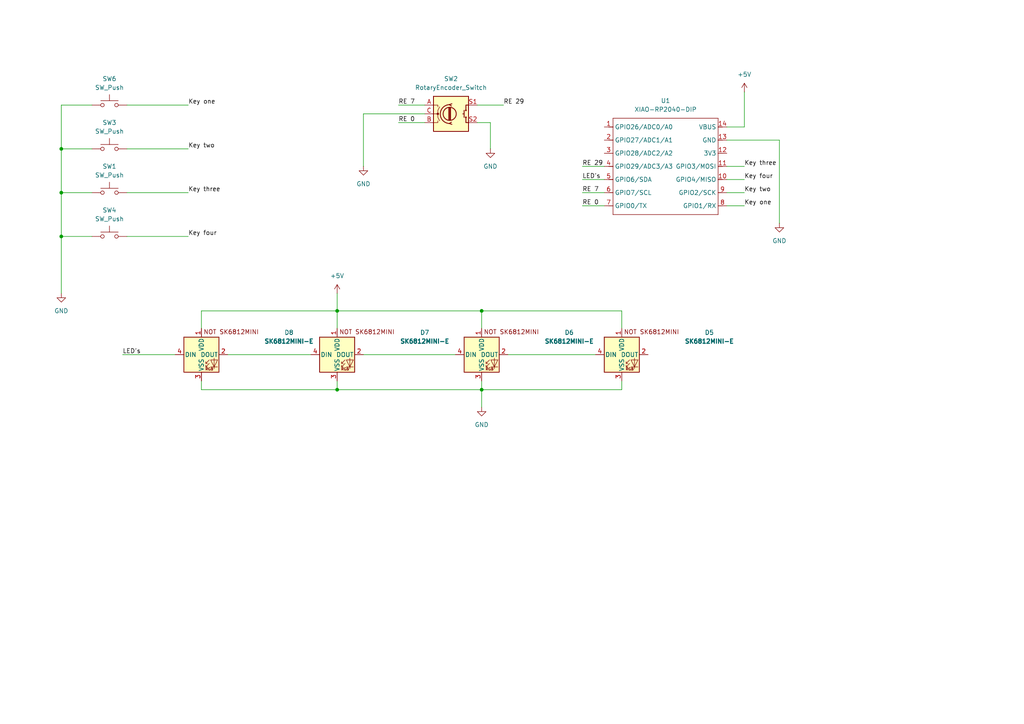
<source format=kicad_sch>
(kicad_sch (version 20250114) (generator "eeschema") (generator_version "9.0")
  (paper "A4")
  (lib_symbols
    (symbol "Device:RotaryEncoder_Switch" (pin_names (offset 0.254) (hide yes))
      (property "Reference" "SW" (at 0 6.604 0))
      (property "Value" "RotaryEncoder_Switch" (at 0 -6.604 0))
      (symbol "RotaryEncoder_Switch_0_1"
        (rectangle (start -5.08 5.08) (end 5.08 -5.08) (stroke (width 0.254)) (fill (type background)))
        (polyline (pts (xy -5.08 2.54) (xy -3.81 2.54) (xy -3.81 2.032)))
        (polyline (pts (xy -5.08 0) (xy -3.81 0) (xy -3.81 -1.016) (xy -3.302 -2.032)))
        (polyline (pts (xy -5.08 -2.54) (xy -3.81 -2.54) (xy -3.81 -2.032)))
        (polyline (pts (xy -4.318 0) (xy -3.81 0) (xy -3.81 1.016) (xy -3.302 2.032)))
        (circle (center -3.81 0) (radius 0.254) (fill (type outline)))
        (polyline (pts (xy -0.635 -1.778) (xy -0.635 1.778)) (stroke (width 0.254)))
        (circle (center -0.381 0) (radius 1.905) (stroke (width 0.254)))
        (polyline (pts (xy -0.381 -1.778) (xy -0.381 1.778)) (stroke (width 0.254)))
        (arc (start -0.381 -2.794) (mid -3.0988 -0.0635) (end -0.381 2.667) (stroke (width 0.254)))
        (polyline (pts (xy -0.127 1.778) (xy -0.127 -1.778)) (stroke (width 0.254)))
        (polyline (pts (xy 0.254 2.921) (xy -0.508 2.667) (xy 0.127 2.286)) (stroke (width 0.254)))
        (polyline (pts (xy 0.254 -3.048) (xy -0.508 -2.794) (xy 0.127 -2.413)) (stroke (width 0.254)))
        (polyline (pts (xy 3.81 1.016) (xy 3.81 -1.016)) (stroke (width 0.254)))
        (polyline (pts (xy 3.81 0) (xy 3.429 0)) (stroke (width 0.254)))
        (circle (center 4.318 1.016) (radius 0.127) (stroke (width 0.254)))
        (circle (center 4.318 -1.016) (radius 0.127) (stroke (width 0.254)))
        (polyline (pts (xy 5.08 2.54) (xy 4.318 2.54) (xy 4.318 1.016)) (stroke (width 0.254)))
        (polyline (pts (xy 5.08 -2.54) (xy 4.318 -2.54) (xy 4.318 -1.016)) (stroke (width 0.254)))
      )
      (symbol "RotaryEncoder_Switch_1_1"
        (pin passive line (at -7.62 2.54 0) (length 2.54) (name "A") (number "A"))
        (pin passive line (at -7.62 0 0) (length 2.54) (name "C") (number "C"))
        (pin passive line (at -7.62 -2.54 0) (length 2.54) (name "B") (number "B"))
        (pin passive line (at 7.62 2.54 180) (length 2.54) (name "S1") (number "S1"))
        (pin passive line (at 7.62 -2.54 180) (length 2.54) (name "S2") (number "S2"))
      )
    )
    (symbol "Hackclub Symbols:SK6812MINI-E" (pin_names (offset 0.254))
      (property "Reference" "D" (at -3.556 5.842 0))
      (property "Value" "SK6812MINI-E" (at 1.27 -5.715 0))
      (symbol "SK6812MINI-E_0_0"
        (text "RGB" (at 2.286 -4.191 0) (effects (font (size 0.762 0.762))))
      )
      (symbol "SK6812MINI-E_0_1"
        (rectangle (start -5.08 5.08) (end 5.08 -5.08) (stroke (width 0.254)) (fill (type background)))
        (polyline (pts (xy 1.27 -2.54) (xy 1.778 -2.54)))
        (polyline (pts (xy 1.27 -3.556) (xy 1.778 -3.556)))
        (polyline (pts (xy 2.286 -1.524) (xy 1.27 -2.54) (xy 1.27 -2.032)))
        (polyline (pts (xy 2.286 -2.54) (xy 1.27 -3.556) (xy 1.27 -3.048)))
        (polyline (pts (xy 3.683 -1.016) (xy 3.683 -3.556) (xy 3.683 -4.064)))
        (polyline (pts (xy 4.699 -1.524) (xy 2.667 -1.524) (xy 3.683 -3.556) (xy 4.699 -1.524)))
        (polyline (pts (xy 4.699 -3.556) (xy 2.667 -3.556)))
      )
      (symbol "SK6812MINI-E_1_1"
        (text "NOT SK6812MINI" (at 8.636 6.604 0) (effects (font (size 1.27 1.27))))
        (pin input line (at -7.62 0 0) (length 2.54) (name "DIN") (number "4"))
        (pin power_in line (at 0 7.62 270) (length 2.54) (name "VDD") (number "1"))
        (pin power_in line (at 0 -7.62 90) (length 2.54) (name "VSS") (number "3"))
        (pin output line (at 7.62 0 180) (length 2.54) (name "DOUT") (number "2"))
      )
    )
    (symbol "OPL Library:XIAO-RP2040-DIP"
      (property "Reference" "U" (at 0 0 0))
      (property "Value" "XIAO-RP2040-DIP" (at 5.334 -1.778 0))
      (symbol "XIAO-RP2040-DIP_1_0"
        (polyline (pts (xy -1.27 -2.54) (xy 29.21 -2.54)) (stroke (width 0.1524)))
        (polyline (pts (xy -1.27 -5.08) (xy -2.54 -5.08)) (stroke (width 0.1524)))
        (polyline (pts (xy -1.27 -5.08) (xy -1.27 -2.54)) (stroke (width 0.1524)))
        (polyline (pts (xy -1.27 -8.89) (xy -2.54 -8.89)) (stroke (width 0.1524)))
        (polyline (pts (xy -1.27 -8.89) (xy -1.27 -5.08)) (stroke (width 0.1524)))
        (polyline (pts (xy -1.27 -12.7) (xy -2.54 -12.7)) (stroke (width 0.1524)))
        (polyline (pts (xy -1.27 -12.7) (xy -1.27 -8.89)) (stroke (width 0.1524)))
        (polyline (pts (xy -1.27 -16.51) (xy -2.54 -16.51)) (stroke (width 0.1524)))
        (polyline (pts (xy -1.27 -16.51) (xy -1.27 -12.7)) (stroke (width 0.1524)))
        (polyline (pts (xy -1.27 -20.32) (xy -2.54 -20.32)) (stroke (width 0.1524)))
        (polyline (pts (xy -1.27 -24.13) (xy -2.54 -24.13)) (stroke (width 0.1524)))
        (polyline (pts (xy -1.27 -27.94) (xy -2.54 -27.94)) (stroke (width 0.1524)))
        (polyline (pts (xy -1.27 -30.48) (xy -1.27 -16.51)) (stroke (width 0.1524)))
        (polyline (pts (xy 29.21 -2.54) (xy 29.21 -5.08)) (stroke (width 0.1524)))
        (polyline (pts (xy 29.21 -5.08) (xy 29.21 -8.89)) (stroke (width 0.1524)))
        (polyline (pts (xy 29.21 -8.89) (xy 29.21 -12.7)) (stroke (width 0.1524)))
        (polyline (pts (xy 29.21 -12.7) (xy 29.21 -30.48)) (stroke (width 0.1524)))
        (polyline (pts (xy 29.21 -30.48) (xy -1.27 -30.48)) (stroke (width 0.1524)))
        (polyline (pts (xy 30.48 -5.08) (xy 29.21 -5.08)) (stroke (width 0.1524)))
        (polyline (pts (xy 30.48 -8.89) (xy 29.21 -8.89)) (stroke (width 0.1524)))
        (polyline (pts (xy 30.48 -12.7) (xy 29.21 -12.7)) (stroke (width 0.1524)))
        (polyline (pts (xy 30.48 -16.51) (xy 29.21 -16.51)) (stroke (width 0.1524)))
        (polyline (pts (xy 30.48 -20.32) (xy 29.21 -20.32)) (stroke (width 0.1524)))
        (polyline (pts (xy 30.48 -24.13) (xy 29.21 -24.13)) (stroke (width 0.1524)))
        (polyline (pts (xy 30.48 -27.94) (xy 29.21 -27.94)) (stroke (width 0.1524)))
        (pin passive line (at -3.81 -5.08 0) (length 2.54) (name "GPIO26/ADC0/A0") (number "1"))
        (pin passive line (at -3.81 -8.89 0) (length 2.54) (name "GPIO27/ADC1/A1") (number "2"))
        (pin passive line (at -3.81 -12.7 0) (length 2.54) (name "GPIO28/ADC2/A2") (number "3"))
        (pin passive line (at -3.81 -16.51 0) (length 2.54) (name "GPIO29/ADC3/A3") (number "4"))
        (pin passive line (at -3.81 -20.32 0) (length 2.54) (name "GPIO6/SDA") (number "5"))
        (pin passive line (at -3.81 -24.13 0) (length 2.54) (name "GPIO7/SCL") (number "6"))
        (pin passive line (at -3.81 -27.94 0) (length 2.54) (name "GPIO0/TX") (number "7"))
        (pin passive line (at 31.75 -5.08 180) (length 2.54) (name "VBUS") (number "14"))
        (pin passive line (at 31.75 -8.89 180) (length 2.54) (name "GND") (number "13"))
        (pin passive line (at 31.75 -12.7 180) (length 2.54) (name "3V3") (number "12"))
        (pin passive line (at 31.75 -16.51 180) (length 2.54) (name "GPIO3/MOSI") (number "11"))
        (pin passive line (at 31.75 -20.32 180) (length 2.54) (name "GPIO4/MISO") (number "10"))
        (pin passive line (at 31.75 -24.13 180) (length 2.54) (name "GPIO2/SCK") (number "9"))
        (pin passive line (at 31.75 -27.94 180) (length 2.54) (name "GPIO1/RX") (number "8"))
      )
    )
    (symbol "Switch:SW_Push" (pin_numbers (hide yes)) (pin_names (offset 1.016) (hide yes))
      (property "Reference" "SW" (at 1.27 2.54 0))
      (property "Value" "SW_Push" (at 0 -1.524 0))
      (symbol "SW_Push_0_1"
        (circle (center -2.032 0) (radius 0.508))
        (polyline (pts (xy 0 1.27) (xy 0 3.048)))
        (circle (center 2.032 0) (radius 0.508))
        (polyline (pts (xy 2.54 1.27) (xy -2.54 1.27)))
        (pin passive line (at -5.08 0 0) (length 2.54) (name "1") (number "1"))
        (pin passive line (at 5.08 0 180) (length 2.54) (name "2") (number "2"))
      )
    )
    (symbol "power:+5V" (power) (pin_numbers (hide yes)) (pin_names (offset 0) (hide yes))
      (property "Value" "+5V" (at 0 3.556 0))
      (symbol "+5V_0_1"
        (polyline (pts (xy -0.762 1.27) (xy 0 2.54)))
        (polyline (pts (xy 0 2.54) (xy 0.762 1.27)))
        (polyline (pts (xy 0 0) (xy 0 2.54)))
      )
      (symbol "+5V_1_1"
        (pin power_in line (at 0 0 90) (length 0) (name "~") (number "1"))
      )
    )
    (symbol "power:GND" (power) (pin_numbers (hide yes)) (pin_names (offset 0) (hide yes))
      (property "Value" "GND" (at 0 -3.81 0))
      (symbol "GND_0_1"
        (polyline (pts (xy 0 0) (xy 0 -1.27) (xy 1.27 -1.27) (xy 0 -2.54) (xy -1.27 -1.27) (xy 0 -1.27)))
      )
      (symbol "GND_1_1"
        (pin power_in line (at 0 0 270) (length 0) (name "~") (number "1"))
      )
    )
  )
  (junction (at 17.78 43.18))
  (junction (at 139.7 113.03))
  (junction (at 17.78 68.58))
  (junction (at 17.78 55.88))
  (junction (at 97.79 90.17))
  (junction (at 139.7 90.17))
  (junction (at 97.79 113.03))
  (wire (pts (xy 139.7 90.17) (xy 180.34 90.17)))
  (wire (pts (xy 168.91 59.69) (xy 175.26 59.69)))
  (wire (pts (xy 58.42 113.03) (xy 97.79 113.03)))
  (wire (pts (xy 175.26 52.07) (xy 168.91 52.07)))
  (wire (pts (xy 36.83 55.88) (xy 54.61 55.88)))
  (wire (pts (xy 17.78 68.58) (xy 26.67 68.58)))
  (wire (pts (xy 17.78 68.58) (xy 17.78 85.09)))
  (wire (pts (xy 180.34 110.49) (xy 180.34 113.03)))
  (wire (pts (xy 138.43 35.56) (xy 142.24 35.56)))
  (wire (pts (xy 97.79 85.09) (xy 97.79 90.17)))
  (wire (pts (xy 210.82 40.64) (xy 226.06 40.64)))
  (wire (pts (xy 168.91 48.26) (xy 175.26 48.26)))
  (wire (pts (xy 17.78 43.18) (xy 17.78 55.88)))
  (wire (pts (xy 215.9 26.67) (xy 215.9 36.83)))
  (wire (pts (xy 210.82 48.26) (xy 215.9 48.26)))
  (wire (pts (xy 17.78 43.18) (xy 26.67 43.18)))
  (wire (pts (xy 26.67 55.88) (xy 17.78 55.88)))
  (wire (pts (xy 115.57 35.56) (xy 123.19 35.56)))
  (wire (pts (xy 97.79 90.17) (xy 139.7 90.17)))
  (wire (pts (xy 142.24 35.56) (xy 142.24 43.18)))
  (wire (pts (xy 97.79 113.03) (xy 139.7 113.03)))
  (wire (pts (xy 17.78 55.88) (xy 17.78 68.58)))
  (wire (pts (xy 36.83 43.18) (xy 54.61 43.18)))
  (wire (pts (xy 66.04 102.87) (xy 90.17 102.87)))
  (wire (pts (xy 147.32 102.87) (xy 172.72 102.87)))
  (wire (pts (xy 210.82 55.88) (xy 215.9 55.88)))
  (wire (pts (xy 105.41 33.02) (xy 105.41 48.26)))
  (wire (pts (xy 58.42 110.49) (xy 58.42 113.03)))
  (wire (pts (xy 180.34 113.03) (xy 139.7 113.03)))
  (wire (pts (xy 97.79 90.17) (xy 97.79 95.25)))
  (wire (pts (xy 139.7 90.17) (xy 139.7 95.25)))
  (wire (pts (xy 36.83 68.58) (xy 54.61 68.58)))
  (wire (pts (xy 168.91 55.88) (xy 175.26 55.88)))
  (wire (pts (xy 210.82 59.69) (xy 215.9 59.69)))
  (wire (pts (xy 105.41 102.87) (xy 132.08 102.87)))
  (wire (pts (xy 180.34 95.25) (xy 180.34 90.17)))
  (wire (pts (xy 138.43 30.48) (xy 146.05 30.48)))
  (wire (pts (xy 115.57 30.48) (xy 123.19 30.48)))
  (wire (pts (xy 58.42 95.25) (xy 58.42 90.17)))
  (wire (pts (xy 17.78 30.48) (xy 17.78 43.18)))
  (wire (pts (xy 139.7 110.49) (xy 139.7 113.03)))
  (wire (pts (xy 97.79 110.49) (xy 97.79 113.03)))
  (wire (pts (xy 226.06 40.64) (xy 226.06 64.77)))
  (wire (pts (xy 139.7 113.03) (xy 139.7 118.11)))
  (wire (pts (xy 35.56 102.87) (xy 50.8 102.87)))
  (wire (pts (xy 36.83 30.48) (xy 54.61 30.48)))
  (wire (pts (xy 210.82 36.83) (xy 215.9 36.83)))
  (wire (pts (xy 26.67 30.48) (xy 17.78 30.48)))
  (wire (pts (xy 58.42 90.17) (xy 97.79 90.17)))
  (wire (pts (xy 210.82 52.07) (xy 215.9 52.07)))
  (wire (pts (xy 123.19 33.02) (xy 105.41 33.02)))
  (label "Key two" (at 54.61 43.18 0))
  (label "RE 7" (at 115.57 30.48 0))
  (label "RE 0" (at 115.57 35.56 0))
  (label "RE 7" (at 168.91 55.88 0))
  (label "Key three" (at 54.61 55.88 0))
  (label "RE 0" (at 168.91 59.69 0))
  (label "Key four" (at 215.9 52.07 0))
  (label "Key two" (at 215.9 55.88 0))
  (label "Key one" (at 215.9 59.69 0))
  (label "Key three" (at 215.9 48.26 0))
  (label "Key one" (at 54.61 30.48 0))
  (label "LED's" (at 35.56 102.87 0))
  (label "RE 29" (at 168.91 48.26 0))
  (label "LED's" (at 168.91 52.07 0))
  (label "Key four" (at 54.61 68.58 0))
  (label "RE 29" (at 146.05 30.48 0))
  (symbol (lib_id "Switch:SW_Push") (at 31.75 43.18 0) (unit 1)
    (property "Reference" "SW3" (at 31.75 35.56 0))
    (property "Value" "SW_Push" (at 31.75 38.1 0))
    (property "Footprint" "Button_Switch_Keyboard:SW_Cherry_MX_1.00u_PCB" (effects (hide yes)))
    (property "Description" "Push button switch, generic, two pins" (effects (hide yes)))
  )
  (symbol (lib_id "Switch:SW_Push") (at 31.75 68.58 0) (unit 1)
    (property "Reference" "SW4" (at 31.75 60.96 0))
    (property "Value" "SW_Push" (at 31.75 63.5 0))
    (property "Footprint" "Button_Switch_Keyboard:SW_Cherry_MX_1.00u_PCB" (effects (hide yes)))
    (property "Description" "Push button switch, generic, two pins" (effects (hide yes)))
  )
  (symbol (lib_id "Switch:SW_Push") (at 31.75 55.88 0) (unit 1)
    (property "Reference" "SW1" (at 31.75 48.26 0))
    (property "Value" "SW_Push" (at 31.75 50.8 0))
    (property "Footprint" "Button_Switch_Keyboard:SW_Cherry_MX_1.00u_PCB" (effects (hide yes)))
    (property "Description" "Push button switch, generic, two pins" (effects (hide yes)))
  )
  (symbol (lib_id "power:GND") (at 105.41 48.26 0) (unit 1)
    (property "Reference" "#PWR03" (effects (hide yes)))
    (property "Value" "GND" (at 105.41 53.34 0))
    (property "Description" "Power symbol creates a global label with name \"GND\" , ground" (effects (hide yes)))
  )
  (symbol (lib_id "power:GND") (at 226.06 64.77 0) (unit 1)
    (property "Reference" "#PWR04" (effects (hide yes)))
    (property "Value" "GND" (at 226.06 69.85 0))
    (property "Description" "Power symbol creates a global label with name \"GND\" , ground" (effects (hide yes)))
  )
  (symbol (lib_id "Hackclub Symbols:SK6812MINI-E") (at 97.79 102.87 0) (unit 1)
    (property "Reference" "D7" (at 123.19 96.4498 0))
    (property "Value" "SK6812MINI-E" (at 123.19 98.9899 0) (effects (font (thickness 0.254) (bold yes))))
    (property "Footprint" "Hackclub Footprints:MX_SK6812MINI-E_REV" (effects (hide yes)))
    (property "Datasheet" "https://cdn-shop.adafruit.com/product-files/4960/4960_SK6812MINI-E_REV02_EN.pdf" (effects (hide yes)))
    (property "Description" "RGB LED with integrated controller" (effects (hide yes)))
  )
  (symbol (lib_id "power:GND") (at 142.24 43.18 0) (unit 1)
    (property "Reference" "#PWR02" (effects (hide yes)))
    (property "Value" "GND" (at 142.24 48.26 0))
    (property "Description" "Power symbol creates a global label with name \"GND\" , ground" (effects (hide yes)))
  )
  (symbol (lib_id "Hackclub Symbols:SK6812MINI-E") (at 180.34 102.87 0) (unit 1)
    (property "Reference" "D5" (at 205.74 96.4498 0))
    (property "Value" "SK6812MINI-E" (at 205.74 98.9899 0) (effects (font (thickness 0.254) (bold yes))))
    (property "Footprint" "Hackclub Footprints:MX_SK6812MINI-E_REV" (effects (hide yes)))
    (property "Datasheet" "https://cdn-shop.adafruit.com/product-files/4960/4960_SK6812MINI-E_REV02_EN.pdf" (effects (hide yes)))
    (property "Description" "RGB LED with integrated controller" (effects (hide yes)))
  )
  (symbol (lib_id "power:+5V") (at 215.9 26.67 0) (unit 1)
    (property "Reference" "#PWR06" (effects (hide yes)))
    (property "Value" "+5V" (at 215.9 21.59 0))
    (property "Description" "Power symbol creates a global label with name \"+5V\"" (effects (hide yes)))
  )
  (symbol (lib_id "Device:RotaryEncoder_Switch") (at 130.81 33.02 0) (unit 1)
    (property "Reference" "SW2" (at 130.81 22.86 0))
    (property "Value" "RotaryEncoder_Switch" (at 130.81 25.4 0))
    (property "Footprint" "Rotary_Encoder:RotaryEncoder_Alps_EC11E-Switch_Vertical_H20mm" (effects (hide yes)))
    (property "Description" "Rotary encoder, dual channel, incremental quadrate outputs, with switch" (effects (hide yes)))
  )
  (symbol (lib_id "power:+5V") (at 97.79 85.09 0) (unit 1)
    (property "Reference" "#PWR09" (effects (hide yes)))
    (property "Value" "+5V" (at 97.79 80.01 0))
    (property "Description" "Power symbol creates a global label with name \"+5V\"" (effects (hide yes)))
  )
  (symbol (lib_id "Hackclub Symbols:SK6812MINI-E") (at 58.42 102.87 0) (unit 1)
    (property "Reference" "D8" (at 83.82 96.4498 0))
    (property "Value" "SK6812MINI-E" (at 83.82 98.9899 0) (effects (font (thickness 0.254) (bold yes))))
    (property "Footprint" "Hackclub Footprints:MX_SK6812MINI-E_REV" (effects (hide yes)))
    (property "Datasheet" "https://cdn-shop.adafruit.com/product-files/4960/4960_SK6812MINI-E_REV02_EN.pdf" (effects (hide yes)))
    (property "Description" "RGB LED with integrated controller" (effects (hide yes)))
  )
  (symbol (lib_id "power:GND") (at 139.7 118.11 0) (unit 1)
    (property "Reference" "#PWR08" (effects (hide yes)))
    (property "Value" "GND" (at 139.7 123.19 0))
    (property "Description" "Power symbol creates a global label with name \"GND\" , ground" (effects (hide yes)))
  )
  (symbol (lib_id "Switch:SW_Push") (at 31.75 30.48 0) (unit 1)
    (property "Reference" "SW6" (at 31.75 22.86 0))
    (property "Value" "SW_Push" (at 31.75 25.4 0))
    (property "Footprint" "Button_Switch_Keyboard:SW_Cherry_MX_1.00u_PCB" (effects (hide yes)))
    (property "Description" "Push button switch, generic, two pins" (effects (hide yes)))
  )
  (symbol (lib_id "Hackclub Symbols:SK6812MINI-E") (at 139.7 102.87 0) (unit 1)
    (property "Reference" "D6" (at 165.1 96.4498 0))
    (property "Value" "SK6812MINI-E" (at 165.1 98.9899 0) (effects (font (thickness 0.254) (bold yes))))
    (property "Footprint" "Hackclub Footprints:MX_SK6812MINI-E_REV" (effects (hide yes)))
    (property "Datasheet" "https://cdn-shop.adafruit.com/product-files/4960/4960_SK6812MINI-E_REV02_EN.pdf" (effects (hide yes)))
    (property "Description" "RGB LED with integrated controller" (effects (hide yes)))
  )
  (symbol (lib_id "power:GND") (at 17.78 85.09 0) (unit 1)
    (property "Reference" "#PWR01" (effects (hide yes)))
    (property "Value" "GND" (at 17.78 90.17 0))
    (property "Description" "Power symbol creates a global label with name \"GND\" , ground" (effects (hide yes)))
  )
  (symbol (lib_id "OPL Library:XIAO-RP2040-DIP") (at 179.07 31.75 0) (unit 1)
    (property "Reference" "U1" (at 193.04 29.21 0))
    (property "Value" "XIAO-RP2040-DIP" (at 193.04 31.75 0))
    (property "Footprint" "OPL Library:XIAO-RP2040-DIP" (effects (hide yes)))
  )
)
</source>
